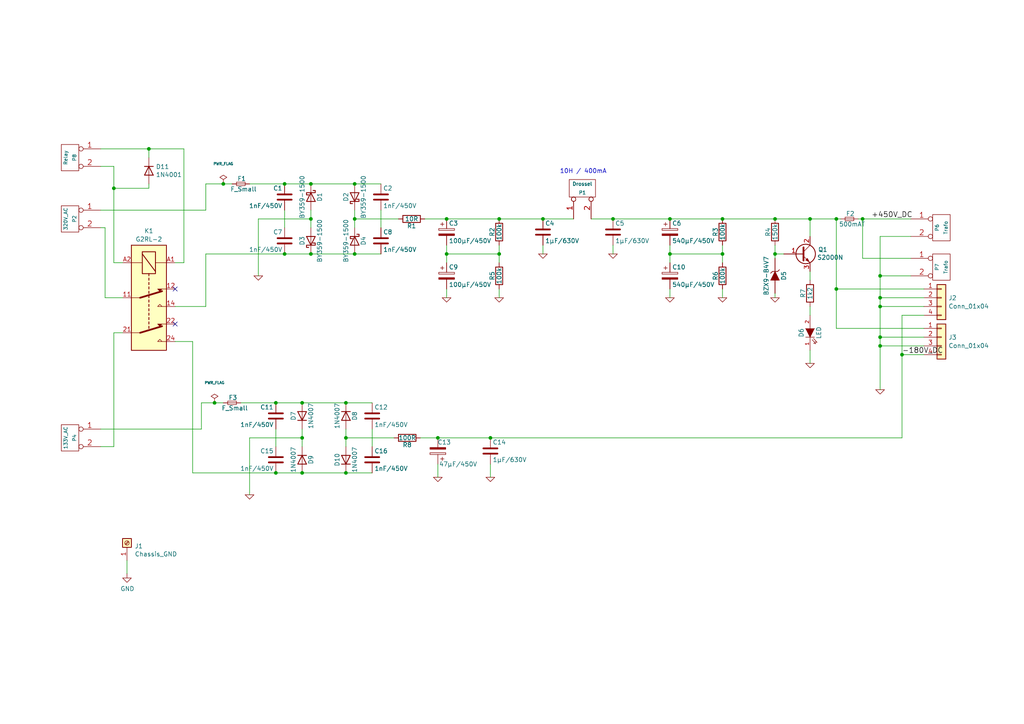
<source format=kicad_sch>
(kicad_sch (version 20231120) (generator "eeschema") (generator_version "8.0")
  (paper "A4")
  (lib_symbols
    (symbol "400VAnoden-rescue:CONN_2-borniers" (pin_names (offset 1.016) hide)
      (property "Reference" "P" (at -1.27 0 90))
      (property "Value" "CONN_2-borniers" (at 1.27 0 90))
      (symbol "CONN_2-borniers_0_1"
        (rectangle (start -2.54 3.81) (end 2.54 -3.81))
      )
      (symbol "CONN_2-borniers_1_1"
        (pin passive inverted (at -8.89 2.54 0) (length 6.35) (name "P1") (number "1"))
        (pin passive inverted (at -8.89 -2.54 0) (length 6.35) (name "P2") (number "2"))
      )
    )
    (symbol "400VAnoden-rescue:F_Small" (pin_numbers hide) (pin_names (offset 0.254) hide)
      (property "Reference" "F" (at -1.016 1.524 0))
      (property "Value" "F_Small" (at -3.048 -1.524 0))
      (symbol "F_Small_0_1"
        (rectangle (start -1.27 0.508) (end 1.27 -0.508))
        (polyline (pts (xy -1.27 0) (xy 1.27 0)))
      )
      (symbol "F_Small_1_1"
        (pin passive line (at -2.54 0 0) (length 1.27) (name "~") (number "1"))
        (pin passive line (at 2.54 0 180) (length 1.27) (name "~") (number "2"))
      )
    )
    (symbol "400VAnoden-rescue:GND-RESCUE-400VAnoden" (power) (pin_names (offset 0))
      (symbol "GND-RESCUE-400VAnoden_0_1"
        (polyline (pts (xy -1.27 0) (xy 0 -1.27) (xy 1.27 0) (xy -1.27 0)))
      )
      (symbol "GND-RESCUE-400VAnoden_1_1"
        (pin power_in line (at 0 0 90) (length 0) hide (name "GND") (number "1"))
      )
    )
    (symbol "400VAnoden-rescue:LED-RESCUE-400VAnoden" (pin_names (offset 1.016) hide)
      (property "Reference" "D" (at 0 2.54 0))
      (property "Value" "LED-RESCUE-400VAnoden" (at 0 -2.54 0))
      (symbol "LED-RESCUE-400VAnoden_0_1"
        (polyline (pts (xy -1.27 1.27) (xy -1.27 -1.27)))
        (polyline (pts (xy -2.032 -0.635) (xy -3.175 -1.651) (xy -3.048 -1.016)))
        (polyline (pts (xy -1.651 -1.016) (xy -2.794 -2.032) (xy -2.667 -1.397)))
        (polyline (pts (xy 1.27 1.27) (xy -1.27 0) (xy 1.27 -1.27)) (fill (type outline)))
      )
      (symbol "LED-RESCUE-400VAnoden_1_1"
        (pin passive line (at -5.08 0 0) (length 3.81) (name "K") (number "1"))
        (pin passive line (at 5.08 0 180) (length 3.81) (name "A") (number "2"))
      )
    )
    (symbol "400VAnoden-rescue:ZENER-RESCUE-400VAnoden" (pin_numbers hide) (pin_names (offset 1.016) hide)
      (property "Reference" "D" (at 0 2.54 0))
      (property "Value" "ZENER-RESCUE-400VAnoden" (at 0 -2.54 0))
      (symbol "ZENER-RESCUE-400VAnoden_0_1"
        (polyline (pts (xy -1.778 1.27) (xy -1.27 0.762) (xy -1.27 -0.762) (xy -0.762 -1.27) (xy -0.762 -1.27)) (stroke (width 0.2032)))
        (polyline (pts (xy -1.27 0) (xy 1.27 1.27) (xy 1.27 -1.27) (xy -1.27 0) (xy -1.27 0)) (fill (type outline)))
      )
      (symbol "ZENER-RESCUE-400VAnoden_1_1"
        (pin passive line (at -5.08 0 0) (length 3.81) (name "K") (number "1"))
        (pin passive line (at 5.08 0 180) (length 3.81) (name "A") (number "2"))
      )
    )
    (symbol "Connector:Screw_Terminal_01x01" (pin_names (offset 1.016) hide)
      (property "Reference" "J" (at 0 2.54 0))
      (property "Value" "Screw_Terminal_01x01" (at 0 -2.54 0))
      (symbol "Screw_Terminal_01x01_1_1"
        (rectangle (start -1.27 1.27) (end 1.27 -1.27) (stroke (width 0.254)) (fill (type background)))
        (polyline (pts (xy -0.5334 0.3302) (xy 0.3302 -0.508)) (stroke (width 0.1524)))
        (polyline (pts (xy -0.3556 0.508) (xy 0.508 -0.3302)) (stroke (width 0.1524)))
        (circle (center 0 0) (radius 0.635) (stroke (width 0.1524)))
        (pin passive line (at -5.08 0 0) (length 3.81) (name "Pin_1") (number "1"))
      )
    )
    (symbol "Connector_Generic:Conn_01x04" (pin_names (offset 1.016) hide)
      (property "Reference" "J" (at 0 5.08 0))
      (property "Value" "Conn_01x04" (at 0 -7.62 0))
      (symbol "Conn_01x04_1_1"
        (rectangle (start -1.27 -4.953) (end 0 -5.207) (stroke (width 0.1524)))
        (rectangle (start -1.27 -2.413) (end 0 -2.667) (stroke (width 0.1524)))
        (rectangle (start -1.27 0.127) (end 0 -0.127) (stroke (width 0.1524)))
        (rectangle (start -1.27 2.667) (end 0 2.413) (stroke (width 0.1524)))
        (rectangle (start -1.27 3.81) (end 1.27 -6.35) (stroke (width 0.254)) (fill (type background)))
        (pin passive line (at -5.08 2.54 0) (length 3.81) (name "Pin_1") (number "1"))
        (pin passive line (at -5.08 0 0) (length 3.81) (name "Pin_2") (number "2"))
        (pin passive line (at -5.08 -2.54 0) (length 3.81) (name "Pin_3") (number "3"))
        (pin passive line (at -5.08 -5.08 0) (length 3.81) (name "Pin_4") (number "4"))
      )
    )
    (symbol "Device:C" (pin_numbers hide) (pin_names (offset 0.254))
      (property "Reference" "C" (at 0.635 2.54 0))
      (property "Value" "C" (at 0.635 -2.54 0))
      (symbol "C_0_1"
        (polyline (pts (xy -2.032 -0.762) (xy 2.032 -0.762)) (stroke (width 0.508)))
        (polyline (pts (xy -2.032 0.762) (xy 2.032 0.762)) (stroke (width 0.508)))
      )
      (symbol "C_1_1"
        (pin passive line (at 0 3.81 270) (length 2.794) (name "~") (number "1"))
        (pin passive line (at 0 -3.81 90) (length 2.794) (name "~") (number "2"))
      )
    )
    (symbol "Device:CP" (pin_numbers hide) (pin_names (offset 0.254))
      (property "Reference" "C" (at 0.635 2.54 0))
      (property "Value" "Device_CP" (at 0.635 -2.54 0))
      (symbol "CP_0_1"
        (rectangle (start -2.286 0.508) (end 2.286 1.016))
        (polyline (pts (xy -1.778 2.286) (xy -0.762 2.286)))
        (polyline (pts (xy -1.27 2.794) (xy -1.27 1.778)))
        (rectangle (start 2.286 -0.508) (end -2.286 -1.016) (fill (type outline)))
      )
      (symbol "CP_1_1"
        (pin passive line (at 0 3.81 270) (length 2.794) (name "~") (number "1"))
        (pin passive line (at 0 -3.81 90) (length 2.794) (name "~") (number "2"))
      )
    )
    (symbol "Device:D" (pin_numbers hide) (pin_names (offset 1.016) hide)
      (property "Reference" "D" (at 0 2.54 0))
      (property "Value" "D" (at 0 -2.54 0))
      (symbol "D_0_1"
        (polyline (pts (xy -1.27 1.27) (xy -1.27 -1.27)) (stroke (width 0.254)))
        (polyline (pts (xy 1.27 0) (xy -1.27 0)))
        (polyline (pts (xy 1.27 1.27) (xy 1.27 -1.27) (xy -1.27 0) (xy 1.27 1.27)) (stroke (width 0.254)))
      )
      (symbol "D_1_1"
        (pin passive line (at -3.81 0 0) (length 2.54) (name "K") (number "1"))
        (pin passive line (at 3.81 0 180) (length 2.54) (name "A") (number "2"))
      )
    )
    (symbol "Device:D_Schottky" (pin_numbers hide) (pin_names (offset 1.016) hide)
      (property "Reference" "D" (at 0 2.54 0))
      (property "Value" "D_Schottky" (at 0 -2.54 0))
      (symbol "D_Schottky_0_1"
        (polyline (pts (xy 1.27 0) (xy -1.27 0)))
        (polyline (pts (xy 1.27 1.27) (xy 1.27 -1.27) (xy -1.27 0) (xy 1.27 1.27)) (stroke (width 0.254)))
        (polyline (pts (xy -1.905 0.635) (xy -1.905 1.27) (xy -1.27 1.27) (xy -1.27 -1.27) (xy -0.635 -1.27) (xy -0.635 -0.635)) (stroke (width 0.254)))
      )
      (symbol "D_Schottky_1_1"
        (pin passive line (at -3.81 0 0) (length 2.54) (name "K") (number "1"))
        (pin passive line (at 3.81 0 180) (length 2.54) (name "A") (number "2"))
      )
    )
    (symbol "Device:Q_NPN_BCE" (pin_names (offset 0) hide)
      (property "Reference" "Q" (at 5.08 1.27 0))
      (property "Value" "Q_NPN_BCE" (at 5.08 -1.27 0))
      (symbol "Q_NPN_BCE_0_1"
        (polyline (pts (xy 0.635 0.635) (xy 2.54 2.54)))
        (polyline (pts (xy 0.635 -0.635) (xy 2.54 -2.54) (xy 2.54 -2.54)))
        (polyline (pts (xy 0.635 1.905) (xy 0.635 -1.905) (xy 0.635 -1.905)) (stroke (width 0.508)))
        (polyline (pts (xy 1.27 -1.778) (xy 1.778 -1.27) (xy 2.286 -2.286) (xy 1.27 -1.778) (xy 1.27 -1.778)) (fill (type outline)))
        (circle (center 1.27 0) (radius 2.8194) (stroke (width 0.254)))
      )
      (symbol "Q_NPN_BCE_1_1"
        (pin input line (at -5.08 0 0) (length 5.715) (name "B") (number "1"))
        (pin passive line (at 2.54 5.08 270) (length 2.54) (name "C") (number "2"))
        (pin passive line (at 2.54 -5.08 90) (length 2.54) (name "E") (number "3"))
      )
    )
    (symbol "Device:R" (pin_numbers hide) (pin_names (offset 0))
      (property "Reference" "R" (at 2.032 0 90))
      (property "Value" "R" (at 0 0 90))
      (symbol "R_0_1"
        (rectangle (start -1.016 -2.54) (end 1.016 2.54) (stroke (width 0.254)))
      )
      (symbol "R_1_1"
        (pin passive line (at 0 3.81 270) (length 1.27) (name "~") (number "1"))
        (pin passive line (at 0 -3.81 90) (length 1.27) (name "~") (number "2"))
      )
    )
    (symbol "Relay:G2RL-2"
      (property "Reference" "K" (at 16.51 3.81 0))
      (property "Value" "G2RL-2" (at 16.51 1.27 0))
      (symbol "G2RL-2_0_1"
        (rectangle (start -15.24 5.08) (end 15.24 -5.08) (stroke (width 0.254)) (fill (type background)))
        (rectangle (start -13.335 1.905) (end -6.985 -1.905) (stroke (width 0.254)))
        (polyline (pts (xy -12.7 -1.905) (xy -7.62 1.905)) (stroke (width 0.254)))
        (polyline (pts (xy -10.16 -5.08) (xy -10.16 -1.905)))
        (polyline (pts (xy -10.16 5.08) (xy -10.16 1.905)))
        (polyline (pts (xy -6.985 0) (xy -6.35 0)) (stroke (width 0.254)))
        (polyline (pts (xy -5.715 0) (xy -5.08 0)) (stroke (width 0.254)))
        (polyline (pts (xy -4.445 0) (xy -3.81 0)) (stroke (width 0.254)))
        (polyline (pts (xy -3.175 0) (xy -2.54 0)) (stroke (width 0.254)))
        (polyline (pts (xy -1.905 0) (xy -1.27 0)) (stroke (width 0.254)))
        (polyline (pts (xy -0.635 0) (xy 0 0)) (stroke (width 0.254)))
        (polyline (pts (xy 0 -2.54) (xy -1.905 3.81)) (stroke (width 0.508)))
        (polyline (pts (xy 0 -2.54) (xy 0 -5.08)))
        (polyline (pts (xy 0.635 0) (xy 1.27 0)) (stroke (width 0.254)))
        (polyline (pts (xy 1.905 0) (xy 2.54 0)) (stroke (width 0.254)))
        (polyline (pts (xy 3.175 0) (xy 3.81 0)) (stroke (width 0.254)))
        (polyline (pts (xy 4.445 0) (xy 5.08 0)) (stroke (width 0.254)))
        (polyline (pts (xy 5.715 0) (xy 6.35 0)) (stroke (width 0.254)))
        (polyline (pts (xy 6.985 0) (xy 7.62 0)) (stroke (width 0.254)))
        (polyline (pts (xy 8.255 0) (xy 8.89 0)) (stroke (width 0.254)))
        (polyline (pts (xy 10.16 -2.54) (xy 8.255 3.81)) (stroke (width 0.508)))
        (polyline (pts (xy 10.16 -2.54) (xy 10.16 -5.08)))
        (polyline (pts (xy -2.54 5.08) (xy -2.54 2.54) (xy -1.905 3.175) (xy -2.54 3.81)) (fill (type outline)))
        (polyline (pts (xy 2.54 5.08) (xy 2.54 2.54) (xy 1.905 3.175) (xy 2.54 3.81)))
        (polyline (pts (xy 7.62 5.08) (xy 7.62 2.54) (xy 8.255 3.175) (xy 7.62 3.81)) (fill (type outline)))
        (polyline (pts (xy 12.7 5.08) (xy 12.7 2.54) (xy 12.065 3.175) (xy 12.7 3.81)))
      )
      (symbol "G2RL-2_1_1"
        (pin passive line (at 0 -7.62 90) (length 2.54) (name "~") (number "11"))
        (pin passive line (at -2.54 7.62 270) (length 2.54) (name "~") (number "12"))
        (pin passive line (at 2.54 7.62 270) (length 2.54) (name "~") (number "14"))
        (pin passive line (at 10.16 -7.62 90) (length 2.54) (name "~") (number "21"))
        (pin passive line (at 7.62 7.62 270) (length 2.54) (name "~") (number "22"))
        (pin passive line (at 12.7 7.62 270) (length 2.54) (name "~") (number "24"))
        (pin passive line (at -10.16 7.62 270) (length 2.54) (name "~") (number "A1"))
        (pin passive line (at -10.16 -7.62 90) (length 2.54) (name "~") (number "A2"))
      )
    )
    (symbol "power:GND" (power) (pin_names (offset 0))
      (property "Value" "GND" (at 0 -3.81 0))
      (symbol "GND_0_1"
        (polyline (pts (xy 0 0) (xy 0 -1.27) (xy 1.27 -1.27) (xy 0 -2.54) (xy -1.27 -1.27) (xy 0 -1.27)))
      )
      (symbol "GND_1_1"
        (pin power_in line (at 0 0 270) (length 0) hide (name "GND") (number "1"))
      )
    )
    (symbol "power:PWR_FLAG" (power) (pin_numbers hide) (pin_names (offset 0) hide)
      (property "Value" "PWR_FLAG" (at 0 3.81 0))
      (symbol "PWR_FLAG_0_0"
        (pin power_out line (at 0 0 90) (length 0) (name "pwr") (number "1"))
      )
      (symbol "PWR_FLAG_0_1"
        (polyline (pts (xy 0 0) (xy 0 1.27) (xy -1.016 1.905) (xy 0 2.54) (xy 1.016 1.905) (xy 0 1.27)))
      )
    )
  )
  (junction (at 102.87 73.66))
  (junction (at 129.54 73.66))
  (junction (at 255.27 80.01))
  (junction (at 62.23 116.84))
  (junction (at 33.02 54.61))
  (junction (at 102.87 63.5))
  (junction (at 224.79 73.66))
  (junction (at 90.17 73.66))
  (junction (at 157.48 63.5))
  (junction (at 242.57 63.5))
  (junction (at 255.27 100.33))
  (junction (at 102.87 53.34))
  (junction (at 255.27 97.79))
  (junction (at 90.17 63.5))
  (junction (at 209.55 73.66))
  (junction (at 234.95 63.5))
  (junction (at 87.63 116.84))
  (junction (at 90.17 53.34))
  (junction (at 224.79 63.5))
  (junction (at 64.77 53.34))
  (junction (at 142.24 127))
  (junction (at 100.33 137.16))
  (junction (at 194.31 73.66))
  (junction (at 127 127))
  (junction (at 255.27 86.36))
  (junction (at 144.78 73.66))
  (junction (at 242.57 83.82))
  (junction (at 129.54 63.5))
  (junction (at 80.01 116.84))
  (junction (at 100.33 127))
  (junction (at 177.8 63.5))
  (junction (at 261.62 102.87))
  (junction (at 100.33 116.84))
  (junction (at 209.55 63.5))
  (junction (at 43.18 43.18))
  (junction (at 82.55 53.34))
  (junction (at 255.27 88.9))
  (junction (at 87.63 127))
  (junction (at 194.31 63.5))
  (junction (at 80.01 137.16))
  (junction (at 144.78 63.5))
  (junction (at 87.63 137.16))
  (junction (at 250.19 63.5))
  (junction (at 82.55 73.66))
  (no_connect (at 50.8 83.82))
  (no_connect (at 50.8 93.98))
  (wire (pts (xy 194.31 83.82) (xy 194.31 86.36)))
  (wire (pts (xy 43.18 43.18) (xy 43.18 45.72)))
  (wire (pts (xy 102.87 63.5) (xy 102.87 66.04)))
  (wire (pts (xy 157.48 71.12) (xy 157.48 73.66)))
  (wire (pts (xy 261.62 91.44) (xy 261.62 102.87)))
  (wire (pts (xy 82.55 53.34) (xy 90.17 53.34)))
  (wire (pts (xy 255.27 97.79) (xy 255.27 100.33)))
  (wire (pts (xy 33.02 48.26) (xy 33.02 54.61)))
  (wire (pts (xy 29.21 66.04) (xy 30.48 66.04)))
  (wire (pts (xy 30.48 86.36) (xy 35.56 86.36)))
  (wire (pts (xy 264.16 63.5) (xy 250.19 63.5)))
  (wire (pts (xy 82.55 73.66) (xy 90.17 73.66)))
  (wire (pts (xy 250.19 63.5) (xy 250.19 74.93)))
  (wire (pts (xy 30.48 66.04) (xy 30.48 86.36)))
  (wire (pts (xy 29.21 60.96) (xy 59.69 60.96)))
  (wire (pts (xy 90.17 63.5) (xy 90.17 66.04)))
  (wire (pts (xy 53.34 76.2) (xy 50.8 76.2)))
  (wire (pts (xy 59.69 73.66) (xy 82.55 73.66)))
  (wire (pts (xy 90.17 73.66) (xy 102.87 73.66)))
  (wire (pts (xy 58.42 124.46) (xy 58.42 116.84)))
  (wire (pts (xy 87.63 127) (xy 72.39 127)))
  (wire (pts (xy 29.21 129.54) (xy 33.02 129.54)))
  (wire (pts (xy 209.55 71.12) (xy 209.55 73.66)))
  (wire (pts (xy 107.95 124.46) (xy 107.95 129.54)))
  (wire (pts (xy 224.79 63.5) (xy 234.95 63.5)))
  (wire (pts (xy 90.17 63.5) (xy 74.93 63.5)))
  (wire (pts (xy 33.02 54.61) (xy 43.18 54.61)))
  (wire (pts (xy 264.16 74.93) (xy 250.19 74.93)))
  (wire (pts (xy 209.55 73.66) (xy 209.55 76.2)))
  (wire (pts (xy 177.8 71.12) (xy 177.8 73.66)))
  (wire (pts (xy 123.19 63.5) (xy 129.54 63.5)))
  (wire (pts (xy 243.84 63.5) (xy 242.57 63.5)))
  (wire (pts (xy 129.54 71.12) (xy 129.54 73.66)))
  (wire (pts (xy 58.42 116.84) (xy 62.23 116.84)))
  (wire (pts (xy 72.39 127) (xy 72.39 143.51)))
  (wire (pts (xy 82.55 60.96) (xy 82.55 66.04)))
  (wire (pts (xy 255.27 88.9) (xy 255.27 97.79)))
  (wire (pts (xy 55.88 99.06) (xy 50.8 99.06)))
  (wire (pts (xy 144.78 83.82) (xy 144.78 86.36)))
  (wire (pts (xy 29.21 124.46) (xy 58.42 124.46)))
  (wire (pts (xy 194.31 73.66) (xy 194.31 76.2)))
  (wire (pts (xy 102.87 53.34) (xy 110.49 53.34)))
  (wire (pts (xy 261.62 127) (xy 142.24 127)))
  (wire (pts (xy 127 127) (xy 121.92 127)))
  (wire (pts (xy 100.33 116.84) (xy 107.95 116.84)))
  (wire (pts (xy 80.01 116.84) (xy 87.63 116.84)))
  (wire (pts (xy 234.95 91.44) (xy 234.95 88.9)))
  (wire (pts (xy 53.34 43.18) (xy 53.34 76.2)))
  (wire (pts (xy 144.78 73.66) (xy 144.78 76.2)))
  (wire (pts (xy 80.01 137.16) (xy 87.63 137.16)))
  (wire (pts (xy 100.33 137.16) (xy 107.95 137.16)))
  (wire (pts (xy 59.69 60.96) (xy 59.69 53.34)))
  (wire (pts (xy 248.92 63.5) (xy 250.19 63.5)))
  (wire (pts (xy 114.3 127) (xy 100.33 127)))
  (wire (pts (xy 72.39 53.34) (xy 82.55 53.34)))
  (wire (pts (xy 129.54 73.66) (xy 144.78 73.66)))
  (wire (pts (xy 261.62 102.87) (xy 261.62 127)))
  (wire (pts (xy 36.83 166.37) (xy 36.83 162.56)))
  (wire (pts (xy 64.77 53.34) (xy 67.31 53.34)))
  (wire (pts (xy 255.27 80.01) (xy 255.27 68.58)))
  (wire (pts (xy 87.63 116.84) (xy 100.33 116.84)))
  (wire (pts (xy 33.02 76.2) (xy 35.56 76.2)))
  (wire (pts (xy 110.49 60.96) (xy 110.49 66.04)))
  (wire (pts (xy 69.85 116.84) (xy 80.01 116.84)))
  (wire (pts (xy 80.01 124.46) (xy 80.01 129.54)))
  (wire (pts (xy 142.24 134.62) (xy 142.24 138.43)))
  (wire (pts (xy 255.27 100.33) (xy 267.97 100.33)))
  (wire (pts (xy 255.27 80.01) (xy 264.16 80.01)))
  (wire (pts (xy 87.63 124.46) (xy 87.63 127)))
  (wire (pts (xy 194.31 63.5) (xy 209.55 63.5)))
  (wire (pts (xy 224.79 73.66) (xy 224.79 74.93)))
  (wire (pts (xy 102.87 73.66) (xy 110.49 73.66)))
  (wire (pts (xy 87.63 127) (xy 87.63 129.54)))
  (wire (pts (xy 142.24 127) (xy 127 127)))
  (wire (pts (xy 59.69 53.34) (xy 64.77 53.34)))
  (wire (pts (xy 261.62 91.44) (xy 267.97 91.44)))
  (wire (pts (xy 129.54 83.82) (xy 129.54 86.36)))
  (wire (pts (xy 157.48 63.5) (xy 166.37 63.5)))
  (wire (pts (xy 87.63 137.16) (xy 100.33 137.16)))
  (wire (pts (xy 129.54 73.66) (xy 129.54 76.2)))
  (wire (pts (xy 255.27 86.36) (xy 267.97 86.36)))
  (wire (pts (xy 234.95 105.41) (xy 234.95 101.6)))
  (wire (pts (xy 224.79 71.12) (xy 224.79 73.66)))
  (wire (pts (xy 242.57 63.5) (xy 242.57 83.82)))
  (wire (pts (xy 224.79 85.09) (xy 224.79 86.36)))
  (wire (pts (xy 33.02 96.52) (xy 35.56 96.52)))
  (wire (pts (xy 255.27 97.79) (xy 267.97 97.79)))
  (wire (pts (xy 242.57 83.82) (xy 242.57 95.25)))
  (wire (pts (xy 177.8 63.5) (xy 194.31 63.5)))
  (wire (pts (xy 255.27 68.58) (xy 264.16 68.58)))
  (wire (pts (xy 59.69 88.9) (xy 59.69 73.66)))
  (wire (pts (xy 209.55 83.82) (xy 209.55 86.36)))
  (wire (pts (xy 90.17 60.96) (xy 90.17 63.5)))
  (wire (pts (xy 242.57 63.5) (xy 234.95 63.5)))
  (wire (pts (xy 144.78 71.12) (xy 144.78 73.66)))
  (wire (pts (xy 33.02 129.54) (xy 33.02 96.52)))
  (wire (pts (xy 102.87 60.96) (xy 102.87 63.5)))
  (wire (pts (xy 33.02 54.61) (xy 33.02 76.2)))
  (wire (pts (xy 29.21 43.18) (xy 43.18 43.18)))
  (wire (pts (xy 194.31 71.12) (xy 194.31 73.66)))
  (wire (pts (xy 194.31 73.66) (xy 209.55 73.66)))
  (wire (pts (xy 55.88 137.16) (xy 55.88 99.06)))
  (wire (pts (xy 242.57 95.25) (xy 267.97 95.25)))
  (wire (pts (xy 171.45 63.5) (xy 177.8 63.5)))
  (wire (pts (xy 255.27 100.33) (xy 255.27 113.03)))
  (wire (pts (xy 261.62 102.87) (xy 267.97 102.87)))
  (wire (pts (xy 115.57 63.5) (xy 102.87 63.5)))
  (wire (pts (xy 255.27 86.36) (xy 255.27 88.9)))
  (wire (pts (xy 100.33 127) (xy 100.33 129.54)))
  (wire (pts (xy 29.21 48.26) (xy 33.02 48.26)))
  (wire (pts (xy 43.18 43.18) (xy 53.34 43.18)))
  (wire (pts (xy 234.95 63.5) (xy 234.95 68.58)))
  (wire (pts (xy 129.54 63.5) (xy 144.78 63.5)))
  (wire (pts (xy 234.95 78.74) (xy 234.95 81.28)))
  (wire (pts (xy 255.27 88.9) (xy 267.97 88.9)))
  (wire (pts (xy 50.8 88.9) (xy 59.69 88.9)))
  (wire (pts (xy 62.23 116.84) (xy 64.77 116.84)))
  (wire (pts (xy 144.78 63.5) (xy 157.48 63.5)))
  (wire (pts (xy 100.33 124.46) (xy 100.33 127)))
  (wire (pts (xy 127 134.62) (xy 127 138.43)))
  (wire (pts (xy 43.18 53.34) (xy 43.18 54.61)))
  (wire (pts (xy 55.88 137.16) (xy 80.01 137.16)))
  (wire (pts (xy 209.55 63.5) (xy 224.79 63.5)))
  (wire (pts (xy 227.33 73.66) (xy 224.79 73.66)))
  (wire (pts (xy 267.97 83.82) (xy 242.57 83.82)))
  (wire (pts (xy 74.93 63.5) (xy 74.93 80.01)))
  (wire (pts (xy 90.17 53.34) (xy 102.87 53.34)))
  (wire (pts (xy 255.27 80.01) (xy 255.27 86.36)))
  (text "10H / 400mA" (at 169.164 49.784 0) (effects (font (size 1.27 1.27))))
  (label "+450V_DC" (at 252.73 63.5 0) (effects (font (size 1.524 1.524))))
  (label "-180V_DC" (at 261.62 102.87 0) (effects (font (size 1.524 1.524))))
  (symbol (lib_id "400VAnoden-rescue:F_Small") (at 69.85 53.34 0) (unit 1)
    (property "Reference" "F1" (at 68.834 51.816 0) (effects (justify left)))
    (property "Value" "F_Small" (at 66.802 54.864 0) (effects (justify left)))
    (property "Footprint" "Fuse_Holder_Eska:Fuse__Holder_Eska_509100" (effects (hide yes)))
  )
  (symbol (lib_id "400VAnoden-rescue:CONN_2-borniers") (at 20.32 63.5 0) (mirror y) (unit 1)
    (property "Reference" "P2" (at 21.59 63.5 90) (effects (font (size 1.016 1.016))))
    (property "Value" "320V_AC" (at 19.05 63.5 90) (effects (font (size 1.016 1.016))))
    (property "Footprint" "Connector_Molex:Molex_Mini-Fit_Jr_5566-02A_2x01_P4.20mm_Vertical" (effects (hide yes)))
  )
  (symbol (lib_id "Device:R") (at 119.38 63.5 270) (unit 1)
    (property "Reference" "R1" (at 119.38 65.532 90))
    (property "Value" "10R" (at 119.38 63.5 90))
    (property "Footprint" "Resistor_THT:R_Axial_DIN0207_L6.3mm_D2.5mm_P10.16mm_Horizontal" (effects (hide yes)))
  )
  (symbol (lib_id "Device:CP") (at 129.54 67.31 0) (unit 1)
    (property "Reference" "C3" (at 130.175 64.77 0) (effects (justify left)))
    (property "Value" "100µF/450V" (at 130.175 69.85 0) (effects (justify left)))
    (property "Footprint" "Capacitor_THT:CP_Radial_D22.0mm_P10.00mm_SnapIn" (effects (hide yes)))
  )
  (symbol (lib_id "Device:CP") (at 129.54 80.01 0) (unit 1)
    (property "Reference" "C9" (at 130.175 77.47 0) (effects (justify left)))
    (property "Value" "100µF/450V" (at 130.175 82.55 0) (effects (justify left)))
    (property "Footprint" "Capacitor_THT:CP_Radial_D22.0mm_P10.00mm_SnapIn" (effects (hide yes)))
  )
  (symbol (lib_id "Device:R") (at 144.78 67.31 180) (unit 1)
    (property "Reference" "R2" (at 142.748 67.31 90))
    (property "Value" "100k" (at 144.78 67.31 90))
    (property "Footprint" "Resistor_THT:R_Axial_DIN0207_L6.3mm_D2.5mm_P10.16mm_Horizontal" (effects (hide yes)))
  )
  (symbol (lib_id "Device:R") (at 144.78 80.01 180) (unit 1)
    (property "Reference" "R5" (at 142.748 80.01 90))
    (property "Value" "100k" (at 144.78 80.01 90))
    (property "Footprint" "Resistor_THT:R_Axial_DIN0207_L6.3mm_D2.5mm_P10.16mm_Horizontal" (effects (hide yes)))
  )
  (symbol (lib_id "Device:C") (at 157.48 67.31 0) (unit 1)
    (property "Reference" "C4" (at 158.115 64.77 0) (effects (justify left)))
    (property "Value" "1µF/630V" (at 158.115 69.85 0) (effects (justify left)))
    (property "Footprint" "Capacitor_THT:C_Rect_L31.5mm_W11.0mm_P27.50mm_MKS4" (effects (hide yes)))
  )
  (symbol (lib_id "400VAnoden-rescue:CONN_2-borniers") (at 168.91 54.61 90) (unit 1)
    (property "Reference" "P1" (at 168.91 55.88 90) (effects (font (size 1.016 1.016))))
    (property "Value" "Drossel" (at 168.91 53.34 90) (effects (font (size 1.016 1.016))))
    (property "Footprint" "Connector_Molex:Molex_Mini-Fit_Jr_5566-02A_2x01_P4.20mm_Vertical" (effects (hide yes)))
  )
  (symbol (lib_id "Device:C") (at 177.8 67.31 0) (unit 1)
    (property "Reference" "C5" (at 178.435 64.77 0) (effects (justify left)))
    (property "Value" "1µF/630V" (at 178.435 69.85 0) (effects (justify left)))
    (property "Footprint" "Capacitor_THT:C_Rect_L31.5mm_W11.0mm_P27.50mm_MKS4" (effects (hide yes)))
  )
  (symbol (lib_id "Device:CP") (at 194.31 67.31 0) (unit 1)
    (property "Reference" "C6" (at 194.945 64.77 0) (effects (justify left)))
    (property "Value" "540µF/450V" (at 194.945 69.85 0) (effects (justify left)))
    (property "Footprint" "Capacitor_THT:CP_Radial_D35.0mm_P10.00mm_SnapIn" (effects (hide yes)))
  )
  (symbol (lib_id "Device:CP") (at 194.31 80.01 0) (unit 1)
    (property "Reference" "C10" (at 194.945 77.47 0) (effects (justify left)))
    (property "Value" "540µF/450V" (at 194.945 82.55 0) (effects (justify left)))
    (property "Footprint" "Capacitor_THT:CP_Radial_D35.0mm_P10.00mm_SnapIn" (effects (hide yes)))
  )
  (symbol (lib_id "Device:R") (at 209.55 67.31 180) (unit 1)
    (property "Reference" "R3" (at 207.518 67.31 90))
    (property "Value" "100k" (at 209.55 67.31 90))
    (property "Footprint" "Resistor_THT:R_Axial_DIN0207_L6.3mm_D2.5mm_P10.16mm_Horizontal" (effects (hide yes)))
  )
  (symbol (lib_id "Device:R") (at 209.55 80.01 180) (unit 1)
    (property "Reference" "R6" (at 207.518 80.01 90))
    (property "Value" "100k" (at 209.55 80.01 90))
    (property "Footprint" "Resistor_THT:R_Axial_DIN0207_L6.3mm_D2.5mm_P10.16mm_Horizontal" (effects (hide yes)))
  )
  (symbol (lib_id "Device:Q_NPN_BCE") (at 232.41 73.66 0) (unit 1)
    (property "Reference" "Q1" (at 240.03 72.39 0) (effects (justify right)))
    (property "Value" "S2000N" (at 244.602 74.676 0) (effects (justify right)))
    (property "Footprint" "Package_TO_SOT_THT:TO-3P-3_Horizontal_TabDown" (effects (hide yes)))
  )
  (symbol (lib_id "400VAnoden-rescue:ZENER-RESCUE-400VAnoden") (at 224.79 80.01 270) (unit 1)
    (property "Reference" "D5" (at 227.33 80.01 0))
    (property "Value" "BZX9-B4V7" (at 222.25 80.01 0))
    (property "Footprint" "Diode_THT:D_DO-35_SOD27_P10.16mm_Horizontal" (effects (hide yes)))
  )
  (symbol (lib_id "400VAnoden-rescue:LED-RESCUE-400VAnoden") (at 234.95 96.52 90) (unit 1)
    (property "Reference" "D6" (at 232.41 96.52 0))
    (property "Value" "LED" (at 237.49 96.52 0))
    (property "Footprint" "LED_THT:LED_D5.0mm" (effects (hide yes)))
  )
  (symbol (lib_id "Device:R") (at 234.95 85.09 180) (unit 1)
    (property "Reference" "R7" (at 232.918 85.09 90))
    (property "Value" "1k2" (at 234.95 85.09 90))
    (property "Footprint" "Resistor_THT:R_Axial_DIN0414_L11.9mm_D4.5mm_P15.24mm_Horizontal" (effects (hide yes)))
  )
  (symbol (lib_id "Device:R") (at 224.79 67.31 180) (unit 1)
    (property "Reference" "R4" (at 222.758 67.31 90))
    (property "Value" "150k" (at 224.79 67.31 90))
    (property "Footprint" "Resistor_THT:R_Axial_DIN0207_L6.3mm_D2.5mm_P10.16mm_Horizontal" (effects (hide yes)))
  )
  (symbol (lib_id "400VAnoden-rescue:GND-RESCUE-400VAnoden") (at 234.95 105.41 0) (unit 1)
    (property "Reference" "#PWR01" (effects (hide yes)))
    (property "Value" "GND" (effects (hide yes)))
  )
  (symbol (lib_id "400VAnoden-rescue:GND-RESCUE-400VAnoden") (at 224.79 86.36 0) (unit 1)
    (property "Reference" "#PWR02" (effects (hide yes)))
    (property "Value" "GND" (effects (hide yes)))
  )
  (symbol (lib_id "400VAnoden-rescue:GND-RESCUE-400VAnoden") (at 74.93 80.01 0) (unit 1)
    (property "Reference" "#PWR03" (effects (hide yes)))
    (property "Value" "GND" (effects (hide yes)))
  )
  (symbol (lib_id "400VAnoden-rescue:GND-RESCUE-400VAnoden") (at 129.54 86.36 0) (unit 1)
    (property "Reference" "#PWR04" (effects (hide yes)))
    (property "Value" "GND" (effects (hide yes)))
  )
  (symbol (lib_id "400VAnoden-rescue:GND-RESCUE-400VAnoden") (at 144.78 86.36 0) (unit 1)
    (property "Reference" "#PWR05" (effects (hide yes)))
    (property "Value" "GND" (effects (hide yes)))
  )
  (symbol (lib_id "400VAnoden-rescue:GND-RESCUE-400VAnoden") (at 194.31 86.36 0) (unit 1)
    (property "Reference" "#PWR06" (effects (hide yes)))
    (property "Value" "GND" (effects (hide yes)))
  )
  (symbol (lib_id "400VAnoden-rescue:GND-RESCUE-400VAnoden") (at 209.55 86.36 0) (unit 1)
    (property "Reference" "#PWR07" (effects (hide yes)))
    (property "Value" "GND" (effects (hide yes)))
  )
  (symbol (lib_id "400VAnoden-rescue:GND-RESCUE-400VAnoden") (at 157.48 73.66 0) (unit 1)
    (property "Reference" "#PWR08" (effects (hide yes)))
    (property "Value" "GND" (effects (hide yes)))
  )
  (symbol (lib_id "400VAnoden-rescue:GND-RESCUE-400VAnoden") (at 177.8 73.66 0) (unit 1)
    (property "Reference" "#PWR09" (effects (hide yes)))
    (property "Value" "GND" (effects (hide yes)))
  )
  (symbol (lib_id "Device:R") (at 118.11 127 270) (unit 1)
    (property "Reference" "R8" (at 118.11 129.032 90))
    (property "Value" "100R" (at 118.11 127 90))
    (property "Footprint" "Resistor_THT:R_Axial_DIN0207_L6.3mm_D2.5mm_P10.16mm_Horizontal" (effects (hide yes)))
  )
  (symbol (lib_id "Device:CP") (at 127 130.81 180) (unit 1)
    (property "Reference" "C13" (at 130.81 128.27 0) (effects (justify left)))
    (property "Value" "47µF/450V" (at 138.43 134.62 0) (effects (justify left)))
    (property "Footprint" "Capacitor_THT:CP_Radial_D16.0mm_P7.50mm" (effects (hide yes)))
  )
  (symbol (lib_id "Device:C") (at 142.24 130.81 0) (unit 1)
    (property "Reference" "C14" (at 142.875 128.27 0) (effects (justify left)))
    (property "Value" "1µF/630V" (at 142.875 133.35 0) (effects (justify left)))
    (property "Footprint" "Capacitor_THT:C_Rect_L31.5mm_W11.0mm_P27.50mm_MKS4" (effects (hide yes)))
  )
  (symbol (lib_id "400VAnoden-rescue:GND-RESCUE-400VAnoden") (at 127 138.43 0) (unit 1)
    (property "Reference" "#PWR010" (effects (hide yes)))
    (property "Value" "GND" (effects (hide yes)))
  )
  (symbol (lib_id "400VAnoden-rescue:GND-RESCUE-400VAnoden") (at 142.24 138.43 0) (unit 1)
    (property "Reference" "#PWR011" (effects (hide yes)))
    (property "Value" "GND" (effects (hide yes)))
  )
  (symbol (lib_id "400VAnoden-rescue:GND-RESCUE-400VAnoden") (at 255.27 113.03 0) (unit 1)
    (property "Reference" "#PWR012" (effects (hide yes)))
    (property "Value" "GND" (effects (hide yes)))
  )
  (symbol (lib_id "Device:D_Schottky") (at 90.17 57.15 270) (unit 1)
    (property "Reference" "D1" (at 92.71 57.15 0))
    (property "Value" "BY359-1500" (at 87.63 57.15 0))
    (property "Footprint" "Package_TO_SOT_THT:TO-220-2_Vertical" (effects (hide yes)))
  )
  (symbol (lib_id "Device:D_Schottky") (at 90.17 69.85 90) (unit 1)
    (property "Reference" "D3" (at 87.63 69.85 0))
    (property "Value" "BY359-1500" (at 92.71 69.85 0))
    (property "Footprint" "Package_TO_SOT_THT:TO-220-2_Vertical" (effects (hide yes)))
  )
  (symbol (lib_id "Device:D_Schottky") (at 102.87 57.15 90) (unit 1)
    (property "Reference" "D2" (at 100.33 57.15 0))
    (property "Value" "BY359-1500" (at 105.41 57.15 0))
    (property "Footprint" "Package_TO_SOT_THT:TO-220-2_Vertical" (effects (hide yes)))
  )
  (symbol (lib_id "Device:D_Schottky") (at 102.87 69.85 270) (unit 1)
    (property "Reference" "D4" (at 105.41 69.85 0))
    (property "Value" "BY359-1500" (at 100.33 69.85 0))
    (property "Footprint" "Package_TO_SOT_THT:TO-220-2_Vertical" (effects (hide yes)))
  )
  (symbol (lib_id "Device:C") (at 82.55 57.15 0) (mirror y) (unit 1)
    (property "Reference" "C1" (at 81.915 54.61 0) (effects (justify left)))
    (property "Value" "1nF/450V" (at 81.915 59.69 0) (effects (justify left)))
    (property "Footprint" "Capacitor_THT:C_Rect_L10.0mm_W4.0mm_P7.50mm_FKS3_FKP3" (effects (hide yes)))
  )
  (symbol (lib_id "Device:C") (at 82.55 69.85 0) (mirror y) (unit 1)
    (property "Reference" "C7" (at 81.915 67.31 0) (effects (justify left)))
    (property "Value" "1nF/450V" (at 81.915 72.39 0) (effects (justify left)))
    (property "Footprint" "Capacitor_THT:C_Rect_L10.0mm_W4.0mm_P7.50mm_FKS3_FKP3" (effects (hide yes)))
  )
  (symbol (lib_id "Device:C") (at 110.49 57.15 0) (unit 1)
    (property "Reference" "C2" (at 111.125 54.61 0) (effects (justify left)))
    (property "Value" "1nF/450V" (at 111.125 59.69 0) (effects (justify left)))
    (property "Footprint" "Capacitor_THT:C_Rect_L10.0mm_W4.0mm_P7.50mm_FKS3_FKP3" (effects (hide yes)))
  )
  (symbol (lib_id "Device:C") (at 110.49 69.85 0) (unit 1)
    (property "Reference" "C8" (at 111.125 67.31 0) (effects (justify left)))
    (property "Value" "1nF/450V" (at 111.125 72.39 0) (effects (justify left)))
    (property "Footprint" "Capacitor_THT:C_Rect_L10.0mm_W4.0mm_P7.50mm_FKS3_FKP3" (effects (hide yes)))
  )
  (symbol (lib_id "400VAnoden-rescue:F_Small") (at 67.31 116.84 0) (unit 1)
    (property "Reference" "F3" (at 66.294 115.316 0) (effects (justify left)))
    (property "Value" "F_Small" (at 64.262 118.364 0) (effects (justify left)))
    (property "Footprint" "Fuse_Holder_Eska:Fuse__Holder_Eska_509100" (effects (hide yes)))
  )
  (symbol (lib_id "400VAnoden-rescue:CONN_2-borniers") (at 20.32 127 0) (mirror y) (unit 1)
    (property "Reference" "P4" (at 21.59 127 90) (effects (font (size 1.016 1.016))))
    (property "Value" "133V_AC" (at 19.05 127 90) (effects (font (size 1.016 1.016))))
    (property "Footprint" "Connector_Molex:Molex_Mini-Fit_Jr_5566-02A_2x01_P4.20mm_Vertical" (effects (hide yes)))
  )
  (symbol (lib_id "400VAnoden-rescue:GND-RESCUE-400VAnoden") (at 72.39 143.51 0) (unit 1)
    (property "Reference" "#PWR013" (effects (hide yes)))
    (property "Value" "GND" (effects (hide yes)))
  )
  (symbol (lib_id "Device:C") (at 80.01 120.65 0) (mirror y) (unit 1)
    (property "Reference" "C11" (at 79.375 118.11 0) (effects (justify left)))
    (property "Value" "1nF/450V" (at 79.375 123.19 0) (effects (justify left)))
    (property "Footprint" "Capacitor_THT:C_Rect_L10.0mm_W4.0mm_P7.50mm_FKS3_FKP3" (effects (hide yes)))
  )
  (symbol (lib_id "Device:C") (at 80.01 133.35 0) (mirror y) (unit 1)
    (property "Reference" "C15" (at 79.375 130.81 0) (effects (justify left)))
    (property "Value" "1nF/450V" (at 79.375 135.89 0) (effects (justify left)))
    (property "Footprint" "Capacitor_THT:C_Rect_L10.0mm_W4.0mm_P7.50mm_FKS3_FKP3" (effects (hide yes)))
  )
  (symbol (lib_id "Device:C") (at 107.95 120.65 0) (unit 1)
    (property "Reference" "C12" (at 108.585 118.11 0) (effects (justify left)))
    (property "Value" "1nF/450V" (at 108.585 123.19 0) (effects (justify left)))
    (property "Footprint" "Capacitor_THT:C_Rect_L10.0mm_W4.0mm_P7.50mm_FKS3_FKP3" (effects (hide yes)))
  )
  (symbol (lib_id "Device:C") (at 107.95 133.35 0) (unit 1)
    (property "Reference" "C16" (at 108.585 130.81 0) (effects (justify left)))
    (property "Value" "1nF/450V" (at 108.585 135.89 0) (effects (justify left)))
    (property "Footprint" "Capacitor_THT:C_Rect_L10.0mm_W4.0mm_P7.50mm_FKS3_FKP3" (effects (hide yes)))
  )
  (symbol (lib_id "Device:D") (at 87.63 120.65 90) (unit 1)
    (property "Reference" "D7" (at 85.09 120.65 0))
    (property "Value" "1N4007" (at 90.17 120.65 0))
    (property "Footprint" "Diode_THT:D_DO-41_SOD81_P10.16mm_Horizontal" (effects (hide yes)))
  )
  (symbol (lib_id "Device:D") (at 87.63 133.35 270) (unit 1)
    (property "Reference" "D9" (at 90.17 133.35 0))
    (property "Value" "1N4007" (at 85.09 133.35 0))
    (property "Footprint" "Diode_THT:D_DO-41_SOD81_P10.16mm_Horizontal" (effects (hide yes)))
  )
  (symbol (lib_id "Device:D") (at 100.33 120.65 270) (unit 1)
    (property "Reference" "D8" (at 102.87 120.65 0))
    (property "Value" "1N4007" (at 97.79 120.65 0))
    (property "Footprint" "Diode_THT:D_DO-41_SOD81_P10.16mm_Horizontal" (effects (hide yes)))
  )
  (symbol (lib_id "Device:D") (at 100.33 133.35 90) (unit 1)
    (property "Reference" "D10" (at 97.79 133.35 0))
    (property "Value" "1N4007" (at 102.87 133.35 0))
    (property "Footprint" "Diode_THT:D_DO-41_SOD81_P10.16mm_Horizontal" (effects (hide yes)))
  )
  (symbol (lib_id "power:PWR_FLAG") (at 62.23 116.84 0) (unit 1)
    (property "Reference" "#FLG014" (effects (hide yes)))
    (property "Value" "PWR_FLAG" (at 62.23 110.998 0) (effects (font (size 0.762 0.762))))
  )
  (symbol (lib_id "power:PWR_FLAG") (at 64.77 53.34 0) (unit 1)
    (property "Reference" "#FLG015" (effects (hide yes)))
    (property "Value" "PWR_FLAG" (at 64.77 47.498 0) (effects (font (size 0.762 0.762))))
  )
  (symbol (lib_id "400VAnoden-rescue:CONN_2-borniers") (at 273.05 77.47 0) (unit 1)
    (property "Reference" "P7" (at 271.78 77.47 90) (effects (font (size 1.016 1.016))))
    (property "Value" "Trafo" (at 274.32 77.47 90) (effects (font (size 1.016 1.016))))
    (property "Footprint" "Connector_Molex:Molex_Mini-Fit_Jr_5566-02A_2x01_P4.20mm_Vertical" (effects (hide yes)))
  )
  (symbol (lib_id "400VAnoden-rescue:CONN_2-borniers") (at 273.05 66.04 0) (unit 1)
    (property "Reference" "P6" (at 271.78 66.04 90) (effects (font (size 1.016 1.016))))
    (property "Value" "Trafo" (at 274.32 66.04 90) (effects (font (size 1.016 1.016))))
    (property "Footprint" "Connector_Molex:Molex_Mini-Fit_Jr_5566-02A_2x01_P4.20mm_Vertical" (effects (hide yes)))
  )
  (symbol (lib_id "400VAnoden-rescue:CONN_2-borniers") (at 20.32 45.72 0) (mirror y) (unit 1)
    (property "Reference" "P8" (at 21.59 45.72 90) (effects (font (size 1.016 1.016))))
    (property "Value" "Relay" (at 19.05 45.72 90) (effects (font (size 1.016 1.016))))
    (property "Footprint" "Connector_Molex:Molex_KK-254_AE-6410-02A_1x02_P2.54mm_Vertical" (effects (hide yes)))
  )
  (symbol (lib_id "Device:D") (at 43.18 49.53 270) (unit 1)
    (property "Reference" "D11" (at 45.1866 48.3616 90) (effects (justify left)))
    (property "Value" "1N4001" (at 45.1866 50.673 90) (effects (justify left)))
    (property "Footprint" "Diode_THT:D_DO-41_SOD81_P10.16mm_Horizontal" (effects (hide yes)))
  )
  (symbol (lib_id "400VAnoden-rescue:F_Small") (at 246.38 63.5 0) (unit 1)
    (property "Reference" "F2" (at 245.364 61.976 0) (effects (justify left)))
    (property "Value" "500mAT" (at 243.332 65.024 0) (effects (justify left)))
    (property "Footprint" "Fuse_Holder_Eska:Fuse__Holder_Eska_509100" (effects (hide yes)))
  )
  (symbol (lib_id "Connector:Screw_Terminal_01x01") (at 36.83 157.48 90) (unit 1)
    (property "Reference" "J1" (at 39.0652 158.3944 90) (effects (justify right)))
    (property "Value" "Chassis_GND" (at 39.0652 160.7058 90) (effects (justify right)))
    (property "Footprint" "MountingHole:MountingHole_3.2mm_M3_Pad_Via" (effects (hide yes)))
  )
  (symbol (lib_id "power:GND") (at 36.83 166.37 0) (unit 1)
    (property "Reference" "#PWR0101" (effects (hide yes)))
    (property "Value" "GND" (at 36.957 170.7642 0))
  )
  (symbol (lib_id "Connector_Generic:Conn_01x04") (at 273.05 97.79 0) (unit 1)
    (property "Reference" "J3" (at 275.082 97.8478 0) (effects (justify left)))
    (property "Value" "Conn_01x04" (at 275.082 100.2721 0) (effects (justify left)))
    (property "Footprint" "Connector_Molex:Molex_Mini-Fit_Jr_5566-04A_2x02_P4.20mm_Vertical" (effects (hide yes)))
    (property "Description" "Generic connector, single row, 01x04, script generated (kicad-library-utils/schlib/autogen/connector/)" (effects (hide yes)))
  )
  (symbol (lib_id "Relay:G2RL-2") (at 43.18 86.36 270) (unit 1)
    (property "Reference" "K1" (at 43.18 66.9755 90))
    (property "Value" "G2RL-2" (at 43.18 69.3998 90))
    (property "Footprint" "Relay_THT:Relay_DPDT_Omron_G2RL-2" (effects (hide yes)))
    (property "Datasheet" "https://omronfs.omron.com/en_US/ecb/products/pdf/en-g2rl.pdf" (effects (hide yes)))
    (property "Description" "General Purpose Low Profile Relay DPDT Through Hole, Omron G2RL series, 8A 250VAC" (effects (hide yes)))
  )
  (symbol (lib_id "Connector_Generic:Conn_01x04") (at 273.05 86.36 0) (unit 1)
    (property "Reference" "J2" (at 275.082 86.4178 0) (effects (justify left)))
    (property "Value" "Conn_01x04" (at 275.082 88.8421 0) (effects (justify left)))
    (property "Footprint" "Connector_Molex:Molex_Mini-Fit_Jr_5566-04A_2x02_P4.20mm_Vertical" (effects (hide yes)))
    (property "Description" "Generic connector, single row, 01x04, script generated (kicad-library-utils/schlib/autogen/connector/)" (effects (hide yes)))
  )
)
</source>
